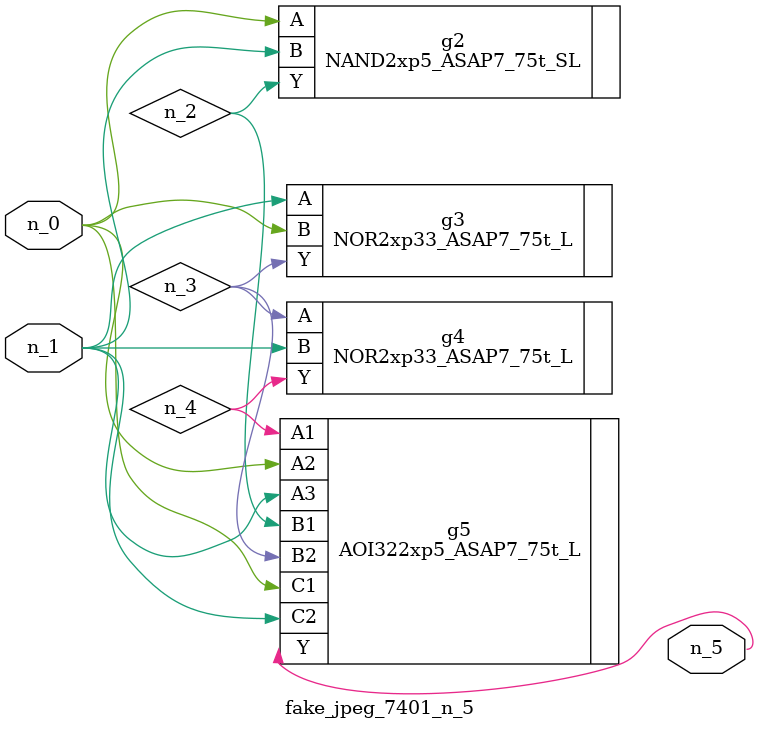
<source format=v>
module fake_jpeg_7401_n_5 (n_0, n_1, n_5);

input n_0;
input n_1;

output n_5;

wire n_2;
wire n_3;
wire n_4;

NAND2xp5_ASAP7_75t_SL g2 ( 
.A(n_0),
.B(n_1),
.Y(n_2)
);

NOR2xp33_ASAP7_75t_L g3 ( 
.A(n_1),
.B(n_0),
.Y(n_3)
);

NOR2xp33_ASAP7_75t_L g4 ( 
.A(n_3),
.B(n_1),
.Y(n_4)
);

AOI322xp5_ASAP7_75t_L g5 ( 
.A1(n_4),
.A2(n_0),
.A3(n_1),
.B1(n_2),
.B2(n_3),
.C1(n_0),
.C2(n_1),
.Y(n_5)
);


endmodule
</source>
